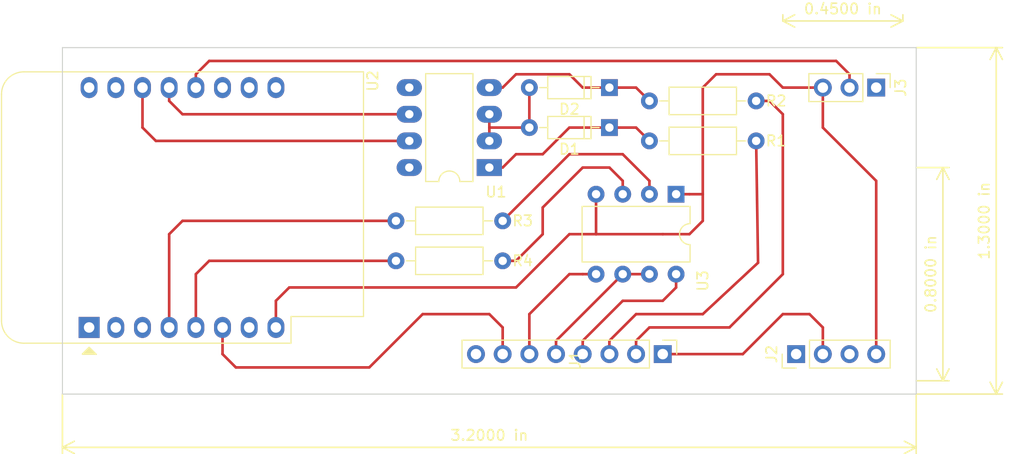
<source format=kicad_pcb>
(kicad_pcb (version 20171130) (host pcbnew "(5.1.0)-1")

  (general
    (thickness 1.6)
    (drawings 8)
    (tracks 101)
    (zones 0)
    (modules 12)
    (nets 20)
  )

  (page A4)
  (layers
    (0 F.Cu signal)
    (31 B.Cu signal)
    (32 B.Adhes user)
    (33 F.Adhes user)
    (34 B.Paste user)
    (35 F.Paste user)
    (36 B.SilkS user)
    (37 F.SilkS user)
    (38 B.Mask user)
    (39 F.Mask user)
    (40 Dwgs.User user)
    (41 Cmts.User user)
    (42 Eco1.User user)
    (43 Eco2.User user)
    (44 Edge.Cuts user)
    (45 Margin user)
    (46 B.CrtYd user)
    (47 F.CrtYd user)
    (48 B.Fab user)
    (49 F.Fab user)
  )

  (setup
    (last_trace_width 0.25)
    (trace_clearance 0.2)
    (zone_clearance 0.508)
    (zone_45_only no)
    (trace_min 0.2)
    (via_size 0.8)
    (via_drill 0.4)
    (via_min_size 0.4)
    (via_min_drill 0.3)
    (uvia_size 0.3)
    (uvia_drill 0.1)
    (uvias_allowed no)
    (uvia_min_size 0.2)
    (uvia_min_drill 0.1)
    (edge_width 0.1)
    (segment_width 0.2)
    (pcb_text_width 0.3)
    (pcb_text_size 1.5 1.5)
    (mod_edge_width 0.15)
    (mod_text_size 1 1)
    (mod_text_width 0.15)
    (pad_size 1.524 1.524)
    (pad_drill 0.762)
    (pad_to_mask_clearance 0)
    (aux_axis_origin 0 0)
    (visible_elements 7FFFFFFF)
    (pcbplotparams
      (layerselection 0x010fc_ffffffff)
      (usegerberextensions false)
      (usegerberattributes false)
      (usegerberadvancedattributes false)
      (creategerberjobfile false)
      (excludeedgelayer true)
      (linewidth 0.100000)
      (plotframeref false)
      (viasonmask false)
      (mode 1)
      (useauxorigin false)
      (hpglpennumber 1)
      (hpglpenspeed 20)
      (hpglpendiameter 15.000000)
      (psnegative false)
      (psa4output false)
      (plotreference true)
      (plotvalue true)
      (plotinvisibletext false)
      (padsonsilk false)
      (subtractmaskfromsilk false)
      (outputformat 1)
      (mirror false)
      (drillshape 1)
      (scaleselection 1)
      (outputdirectory ""))
  )

  (net 0 "")
  (net 1 "Net-(D1-Pad2)")
  (net 2 "Net-(D1-Pad1)")
  (net 3 "Net-(D2-Pad1)")
  (net 4 GND)
  (net 5 /HallSensorIn)
  (net 6 /TasterOut2)
  (net 7 /TasterOutCom)
  (net 8 /TasterOut1)
  (net 9 /MotorIn2)
  (net 10 /MotorIn1)
  (net 11 +24V)
  (net 12 VCC)
  (net 13 /DQ)
  (net 14 "Net-(R3-Pad2)")
  (net 15 /Taster1)
  (net 16 /Taster2)
  (net 17 "Net-(R4-Pad2)")
  (net 18 /Motor1)
  (net 19 /Motor2)

  (net_class Default "Dies ist die voreingestellte Netzklasse."
    (clearance 0.2)
    (trace_width 0.25)
    (via_dia 0.8)
    (via_drill 0.4)
    (uvia_dia 0.3)
    (uvia_drill 0.1)
    (add_net +24V)
    (add_net /DQ)
    (add_net /HallSensorIn)
    (add_net /Motor1)
    (add_net /Motor2)
    (add_net /MotorIn1)
    (add_net /MotorIn2)
    (add_net /Taster1)
    (add_net /Taster2)
    (add_net /TasterOut1)
    (add_net /TasterOut2)
    (add_net /TasterOutCom)
    (add_net GND)
    (add_net "Net-(D1-Pad1)")
    (add_net "Net-(D1-Pad2)")
    (add_net "Net-(D2-Pad1)")
    (add_net "Net-(R3-Pad2)")
    (add_net "Net-(R4-Pad2)")
    (add_net VCC)
  )

  (module Housings_DIP:DIP-8_W7.62mm (layer F.Cu) (tedit 59C78D6B) (tstamp 5CFED030)
    (at 149.86 39.37 270)
    (descr "8-lead though-hole mounted DIP package, row spacing 7.62 mm (300 mils)")
    (tags "THT DIP DIL PDIP 2.54mm 7.62mm 300mil")
    (path /5C9A528C)
    (fp_text reference U3 (at 8.255 -2.54 270) (layer F.SilkS)
      (effects (font (size 1 1) (thickness 0.15)))
    )
    (fp_text value TLP504A (at 2.54 3.81) (layer F.Fab)
      (effects (font (size 1 1) (thickness 0.15)))
    )
    (fp_text user %R (at 5.08 4.445) (layer F.Fab)
      (effects (font (size 1 1) (thickness 0.15)))
    )
    (fp_line (start 8.7 -1.55) (end -1.1 -1.55) (layer F.CrtYd) (width 0.05))
    (fp_line (start 8.7 9.15) (end 8.7 -1.55) (layer F.CrtYd) (width 0.05))
    (fp_line (start -1.1 9.15) (end 8.7 9.15) (layer F.CrtYd) (width 0.05))
    (fp_line (start -1.1 -1.55) (end -1.1 9.15) (layer F.CrtYd) (width 0.05))
    (fp_line (start 6.46 -1.33) (end 4.81 -1.33) (layer F.SilkS) (width 0.12))
    (fp_line (start 6.46 8.95) (end 6.46 -1.33) (layer F.SilkS) (width 0.12))
    (fp_line (start 1.16 8.95) (end 6.46 8.95) (layer F.SilkS) (width 0.12))
    (fp_line (start 1.16 -1.33) (end 1.16 8.95) (layer F.SilkS) (width 0.12))
    (fp_line (start 2.81 -1.33) (end 1.16 -1.33) (layer F.SilkS) (width 0.12))
    (fp_line (start 0.635 -0.27) (end 1.635 -1.27) (layer F.Fab) (width 0.1))
    (fp_line (start 0.635 8.89) (end 0.635 -0.27) (layer F.Fab) (width 0.1))
    (fp_line (start 6.985 8.89) (end 0.635 8.89) (layer F.Fab) (width 0.1))
    (fp_line (start 6.985 -1.27) (end 6.985 8.89) (layer F.Fab) (width 0.1))
    (fp_line (start 1.635 -1.27) (end 6.985 -1.27) (layer F.Fab) (width 0.1))
    (fp_arc (start 3.81 -1.33) (end 2.81 -1.33) (angle -180) (layer F.SilkS) (width 0.12))
    (pad 8 thru_hole oval (at 7.62 0 270) (size 1.6 1.6) (drill 0.8) (layers *.Cu *.Mask)
      (net 8 /TasterOut1))
    (pad 4 thru_hole oval (at 0 7.62 270) (size 1.6 1.6) (drill 0.8) (layers *.Cu *.Mask)
      (net 12 VCC))
    (pad 7 thru_hole oval (at 7.62 2.54 270) (size 1.6 1.6) (drill 0.8) (layers *.Cu *.Mask)
      (net 7 /TasterOutCom))
    (pad 3 thru_hole oval (at 0 5.08 270) (size 1.6 1.6) (drill 0.8) (layers *.Cu *.Mask)
      (net 17 "Net-(R4-Pad2)"))
    (pad 6 thru_hole oval (at 7.62 5.08 270) (size 1.6 1.6) (drill 0.8) (layers *.Cu *.Mask)
      (net 7 /TasterOutCom))
    (pad 2 thru_hole oval (at 0 2.54 270) (size 1.6 1.6) (drill 0.8) (layers *.Cu *.Mask)
      (net 14 "Net-(R3-Pad2)"))
    (pad 5 thru_hole oval (at 7.62 7.62 270) (size 1.6 1.6) (drill 0.8) (layers *.Cu *.Mask)
      (net 6 /TasterOut2))
    (pad 1 thru_hole rect (at 0 0 270) (size 1.6 1.6) (drill 0.8) (layers *.Cu *.Mask)
      (net 12 VCC))
    (model ${KISYS3DMOD}/Housings_DIP.3dshapes/DIP-8_W7.62mm.wrl
      (at (xyz 0 0 0))
      (scale (xyz 1 1 1))
      (rotate (xyz 0 0 0))
    )
  )

  (module Module:WEMOS_D1_mini_light (layer F.Cu) (tedit 5BBFB1CE) (tstamp 5CFE5DA8)
    (at 93.98 52.07 90)
    (descr "16-pin module, column spacing 22.86 mm (900 mils), https://wiki.wemos.cc/products:d1:d1_mini, https://c1.staticflickr.com/1/734/31400410271_f278b087db_z.jpg")
    (tags "ESP8266 WiFi microcontroller")
    (path /5C9AA4E6)
    (fp_text reference U2 (at 23.495 27 90) (layer F.SilkS)
      (effects (font (size 1 1) (thickness 0.15)))
    )
    (fp_text value WeMos_D1_mini (at 11.7 0 90) (layer F.Fab)
      (effects (font (size 1 1) (thickness 0.15)))
    )
    (fp_line (start 1.04 26.12) (end 24.36 26.12) (layer F.SilkS) (width 0.12))
    (fp_line (start -1.5 19.22) (end -1.5 -6.21) (layer F.SilkS) (width 0.12))
    (fp_line (start 24.36 26.12) (end 24.36 -6.21) (layer F.SilkS) (width 0.12))
    (fp_line (start 22.24 -8.34) (end 0.63 -8.34) (layer F.SilkS) (width 0.12))
    (fp_line (start 1.17 25.99) (end 24.23 25.99) (layer F.Fab) (width 0.1))
    (fp_line (start 24.23 25.99) (end 24.23 -6.21) (layer F.Fab) (width 0.1))
    (fp_line (start 22.23 -8.21) (end 0.63 -8.21) (layer F.Fab) (width 0.1))
    (fp_line (start -1.37 1) (end -1.37 19.09) (layer F.Fab) (width 0.1))
    (fp_text user %R (at 11.43 10 90) (layer F.Fab)
      (effects (font (size 1 1) (thickness 0.15)))
    )
    (fp_line (start -1.62 -8.46) (end 24.48 -8.46) (layer F.CrtYd) (width 0.05))
    (fp_line (start 24.48 -8.41) (end 24.48 26.24) (layer F.CrtYd) (width 0.05))
    (fp_line (start 24.48 26.24) (end -1.62 26.24) (layer F.CrtYd) (width 0.05))
    (fp_line (start -1.62 26.24) (end -1.62 -8.46) (layer F.CrtYd) (width 0.05))
    (fp_poly (pts (xy -2.54 -0.635) (xy -2.54 0.635) (xy -1.905 0)) (layer F.SilkS) (width 0.15))
    (fp_line (start -1.35 -1.4) (end 24.25 -1.4) (layer Dwgs.User) (width 0.1))
    (fp_line (start 24.25 -1.4) (end 24.25 -8.2) (layer Dwgs.User) (width 0.1))
    (fp_line (start 24.25 -8.2) (end -1.35 -8.2) (layer Dwgs.User) (width 0.1))
    (fp_line (start -1.35 -8.2) (end -1.35 -1.4) (layer Dwgs.User) (width 0.1))
    (fp_line (start -1.35 -1.4) (end 5.45 -8.2) (layer Dwgs.User) (width 0.1))
    (fp_line (start 0.65 -1.4) (end 7.45 -8.2) (layer Dwgs.User) (width 0.1))
    (fp_line (start 2.65 -1.4) (end 9.45 -8.2) (layer Dwgs.User) (width 0.1))
    (fp_line (start 4.65 -1.4) (end 11.45 -8.2) (layer Dwgs.User) (width 0.1))
    (fp_line (start 6.65 -1.4) (end 13.45 -8.2) (layer Dwgs.User) (width 0.1))
    (fp_line (start 8.65 -1.4) (end 15.45 -8.2) (layer Dwgs.User) (width 0.1))
    (fp_line (start 10.65 -1.4) (end 17.45 -8.2) (layer Dwgs.User) (width 0.1))
    (fp_line (start 12.65 -1.4) (end 19.45 -8.2) (layer Dwgs.User) (width 0.1))
    (fp_line (start 14.65 -1.4) (end 21.45 -8.2) (layer Dwgs.User) (width 0.1))
    (fp_line (start 16.65 -1.4) (end 23.45 -8.2) (layer Dwgs.User) (width 0.1))
    (fp_line (start 18.65 -1.4) (end 24.25 -7) (layer Dwgs.User) (width 0.1))
    (fp_line (start 20.65 -1.4) (end 24.25 -5) (layer Dwgs.User) (width 0.1))
    (fp_line (start 22.65 -1.4) (end 24.25 -3) (layer Dwgs.User) (width 0.1))
    (fp_line (start -1.35 -3.4) (end 3.45 -8.2) (layer Dwgs.User) (width 0.1))
    (fp_line (start -1.3 -5.45) (end 1.45 -8.2) (layer Dwgs.User) (width 0.1))
    (fp_line (start -1.35 -7.4) (end -0.55 -8.2) (layer Dwgs.User) (width 0.1))
    (fp_line (start -1.37 19.09) (end 1.17 19.09) (layer F.Fab) (width 0.1))
    (fp_line (start 1.17 19.09) (end 1.17 25.99) (layer F.Fab) (width 0.1))
    (fp_line (start -1.37 -6.21) (end -1.37 -1) (layer F.Fab) (width 0.1))
    (fp_line (start -1.37 1) (end -0.37 0) (layer F.Fab) (width 0.1))
    (fp_line (start -0.37 0) (end -1.37 -1) (layer F.Fab) (width 0.1))
    (fp_arc (start 0.63 -6.21) (end 0.63 -8.21) (angle -90) (layer F.Fab) (width 0.1))
    (fp_arc (start 22.23 -6.21) (end 24.23 -6.19) (angle -90) (layer F.Fab) (width 0.1))
    (fp_line (start -1.5 19.22) (end 1.04 19.22) (layer F.SilkS) (width 0.12))
    (fp_line (start 1.04 19.22) (end 1.04 26.12) (layer F.SilkS) (width 0.12))
    (fp_arc (start 0.63 -6.21) (end 0.63 -8.34) (angle -90) (layer F.SilkS) (width 0.12))
    (fp_arc (start 22.23 -6.21) (end 24.36 -6.21) (angle -90) (layer F.SilkS) (width 0.12))
    (fp_text user "KEEP OUT" (at 11.43 -6.35 90) (layer Cmts.User)
      (effects (font (size 1 1) (thickness 0.15)))
    )
    (fp_text user "No copper" (at 11.43 -3.81 90) (layer Cmts.User)
      (effects (font (size 1 1) (thickness 0.15)))
    )
    (pad 2 thru_hole oval (at 0 2.54 90) (size 2 1.6) (drill 1) (layers *.Cu *.Mask))
    (pad 1 thru_hole rect (at 0 0 90) (size 2 2) (drill 1) (layers *.Cu *.Mask))
    (pad 3 thru_hole oval (at 0 5.08 90) (size 2 1.6) (drill 1) (layers *.Cu *.Mask))
    (pad 4 thru_hole oval (at 0 7.62 90) (size 2 1.6) (drill 1) (layers *.Cu *.Mask)
      (net 15 /Taster1))
    (pad 5 thru_hole oval (at 0 10.16 90) (size 2 1.6) (drill 1) (layers *.Cu *.Mask)
      (net 16 /Taster2))
    (pad 6 thru_hole oval (at 0 12.7 90) (size 2 1.6) (drill 1) (layers *.Cu *.Mask)
      (net 5 /HallSensorIn))
    (pad 7 thru_hole oval (at 0 15.24 90) (size 2 1.6) (drill 1) (layers *.Cu *.Mask))
    (pad 8 thru_hole oval (at 0 17.78 90) (size 2 1.6) (drill 1) (layers *.Cu *.Mask)
      (net 12 VCC))
    (pad 9 thru_hole oval (at 22.86 17.78 90) (size 2 1.6) (drill 1) (layers *.Cu *.Mask))
    (pad 10 thru_hole oval (at 22.86 15.24 90) (size 2 1.6) (drill 1) (layers *.Cu *.Mask)
      (net 4 GND))
    (pad 11 thru_hole oval (at 22.86 12.7 90) (size 2 1.6) (drill 1) (layers *.Cu *.Mask))
    (pad 12 thru_hole oval (at 22.86 10.16 90) (size 2 1.6) (drill 1) (layers *.Cu *.Mask)
      (net 13 /DQ))
    (pad 13 thru_hole oval (at 22.86 7.62 90) (size 2 1.6) (drill 1) (layers *.Cu *.Mask)
      (net 19 /Motor2))
    (pad 14 thru_hole oval (at 22.86 5.08 90) (size 2 1.6) (drill 1) (layers *.Cu *.Mask)
      (net 18 /Motor1))
    (pad 15 thru_hole oval (at 22.86 2.54 90) (size 2 1.6) (drill 1) (layers *.Cu *.Mask))
    (pad 16 thru_hole oval (at 22.86 0 90) (size 2 1.6) (drill 1) (layers *.Cu *.Mask))
    (model ${KISYS3DMOD}/Module.3dshapes/WEMOS_D1_mini_light.wrl
      (at (xyz 0 0 0))
      (scale (xyz 1 1 1))
      (rotate (xyz 0 0 0))
    )
    (model ${KISYS3DMOD}/Connector_PinHeader_2.54mm.3dshapes/PinHeader_1x08_P2.54mm_Vertical.wrl
      (offset (xyz 0 0 9.5))
      (scale (xyz 1 1 1))
      (rotate (xyz 0 -180 0))
    )
    (model ${KISYS3DMOD}/Connector_PinHeader_2.54mm.3dshapes/PinHeader_1x08_P2.54mm_Vertical.wrl
      (offset (xyz 22.86 0 9.5))
      (scale (xyz 1 1 1))
      (rotate (xyz 0 -180 0))
    )
    (model ${KISYS3DMOD}/Connector_PinSocket_2.54mm.3dshapes/PinSocket_1x08_P2.54mm_Vertical.wrl
      (at (xyz 0 0 0))
      (scale (xyz 1 1 1))
      (rotate (xyz 0 0 0))
    )
    (model ${KISYS3DMOD}/Connector_PinSocket_2.54mm.3dshapes/PinSocket_1x08_P2.54mm_Vertical.wrl
      (offset (xyz 22.86 0 0))
      (scale (xyz 1 1 1))
      (rotate (xyz 0 0 0))
    )
  )

  (module Housings_DIP:DIP-8_W7.62mm_LongPads (layer F.Cu) (tedit 59C78D6B) (tstamp 5CFE5D65)
    (at 132.08 36.83 180)
    (descr "8-lead though-hole mounted DIP package, row spacing 7.62 mm (300 mils), LongPads")
    (tags "THT DIP DIL PDIP 2.54mm 7.62mm 300mil LongPads")
    (path /5C9A21C0)
    (fp_text reference U1 (at -0.635 -2.33 180) (layer F.SilkS)
      (effects (font (size 1 1) (thickness 0.15)))
    )
    (fp_text value TLP504A (at 4.445 3.81 270) (layer F.Fab)
      (effects (font (size 1 1) (thickness 0.15)))
    )
    (fp_text user %R (at 2.54 3.81 270) (layer F.Fab)
      (effects (font (size 1 1) (thickness 0.15)))
    )
    (fp_line (start 9.1 -1.55) (end -1.45 -1.55) (layer F.CrtYd) (width 0.05))
    (fp_line (start 9.1 9.15) (end 9.1 -1.55) (layer F.CrtYd) (width 0.05))
    (fp_line (start -1.45 9.15) (end 9.1 9.15) (layer F.CrtYd) (width 0.05))
    (fp_line (start -1.45 -1.55) (end -1.45 9.15) (layer F.CrtYd) (width 0.05))
    (fp_line (start 6.06 -1.33) (end 4.81 -1.33) (layer F.SilkS) (width 0.12))
    (fp_line (start 6.06 8.95) (end 6.06 -1.33) (layer F.SilkS) (width 0.12))
    (fp_line (start 1.56 8.95) (end 6.06 8.95) (layer F.SilkS) (width 0.12))
    (fp_line (start 1.56 -1.33) (end 1.56 8.95) (layer F.SilkS) (width 0.12))
    (fp_line (start 2.81 -1.33) (end 1.56 -1.33) (layer F.SilkS) (width 0.12))
    (fp_line (start 0.635 -0.27) (end 1.635 -1.27) (layer F.Fab) (width 0.1))
    (fp_line (start 0.635 8.89) (end 0.635 -0.27) (layer F.Fab) (width 0.1))
    (fp_line (start 6.985 8.89) (end 0.635 8.89) (layer F.Fab) (width 0.1))
    (fp_line (start 6.985 -1.27) (end 6.985 8.89) (layer F.Fab) (width 0.1))
    (fp_line (start 1.635 -1.27) (end 6.985 -1.27) (layer F.Fab) (width 0.1))
    (fp_arc (start 3.81 -1.33) (end 2.81 -1.33) (angle -180) (layer F.SilkS) (width 0.12))
    (pad 8 thru_hole oval (at 7.62 0 180) (size 2.4 1.6) (drill 0.8) (layers *.Cu *.Mask)
      (net 4 GND))
    (pad 4 thru_hole oval (at 0 7.62 180) (size 2.4 1.6) (drill 0.8) (layers *.Cu *.Mask)
      (net 3 "Net-(D2-Pad1)"))
    (pad 7 thru_hole oval (at 7.62 2.54 180) (size 2.4 1.6) (drill 0.8) (layers *.Cu *.Mask)
      (net 18 /Motor1))
    (pad 3 thru_hole oval (at 0 5.08 180) (size 2.4 1.6) (drill 0.8) (layers *.Cu *.Mask)
      (net 1 "Net-(D1-Pad2)"))
    (pad 6 thru_hole oval (at 7.62 5.08 180) (size 2.4 1.6) (drill 0.8) (layers *.Cu *.Mask)
      (net 19 /Motor2))
    (pad 2 thru_hole oval (at 0 2.54 180) (size 2.4 1.6) (drill 0.8) (layers *.Cu *.Mask)
      (net 1 "Net-(D1-Pad2)"))
    (pad 5 thru_hole oval (at 7.62 7.62 180) (size 2.4 1.6) (drill 0.8) (layers *.Cu *.Mask)
      (net 4 GND))
    (pad 1 thru_hole rect (at 0 0 180) (size 2.4 1.6) (drill 0.8) (layers *.Cu *.Mask)
      (net 2 "Net-(D1-Pad1)"))
    (model ${KISYS3DMOD}/Housings_DIP.3dshapes/DIP-8_W7.62mm.wrl
      (at (xyz 0 0 0))
      (scale (xyz 1 1 1))
      (rotate (xyz 0 0 0))
    )
  )

  (module Diodes_ThroughHole:D_DO-35_SOD27_P7.62mm_Horizontal (layer F.Cu) (tedit 5921392F) (tstamp 5CFE5C8B)
    (at 143.51 33.02 180)
    (descr "D, DO-35_SOD27 series, Axial, Horizontal, pin pitch=7.62mm, , length*diameter=4*2mm^2, , http://www.diodes.com/_files/packages/DO-35.pdf")
    (tags "D DO-35_SOD27 series Axial Horizontal pin pitch 7.62mm  length 4mm diameter 2mm")
    (path /5C99D8AD)
    (fp_text reference D1 (at 3.81 -2.06 180) (layer F.SilkS)
      (effects (font (size 1 1) (thickness 0.15)))
    )
    (fp_text value BAT41 (at 3.81 0 180) (layer F.Fab)
      (effects (font (size 1 1) (thickness 0.15)))
    )
    (fp_line (start 8.7 -1.35) (end -1.05 -1.35) (layer F.CrtYd) (width 0.05))
    (fp_line (start 8.7 1.35) (end 8.7 -1.35) (layer F.CrtYd) (width 0.05))
    (fp_line (start -1.05 1.35) (end 8.7 1.35) (layer F.CrtYd) (width 0.05))
    (fp_line (start -1.05 -1.35) (end -1.05 1.35) (layer F.CrtYd) (width 0.05))
    (fp_line (start 2.41 -1.06) (end 2.41 1.06) (layer F.SilkS) (width 0.12))
    (fp_line (start 6.64 0) (end 5.87 0) (layer F.SilkS) (width 0.12))
    (fp_line (start 0.98 0) (end 1.75 0) (layer F.SilkS) (width 0.12))
    (fp_line (start 5.87 -1.06) (end 1.75 -1.06) (layer F.SilkS) (width 0.12))
    (fp_line (start 5.87 1.06) (end 5.87 -1.06) (layer F.SilkS) (width 0.12))
    (fp_line (start 1.75 1.06) (end 5.87 1.06) (layer F.SilkS) (width 0.12))
    (fp_line (start 1.75 -1.06) (end 1.75 1.06) (layer F.SilkS) (width 0.12))
    (fp_line (start 2.41 -1) (end 2.41 1) (layer F.Fab) (width 0.1))
    (fp_line (start 7.62 0) (end 5.81 0) (layer F.Fab) (width 0.1))
    (fp_line (start 0 0) (end 1.81 0) (layer F.Fab) (width 0.1))
    (fp_line (start 5.81 -1) (end 1.81 -1) (layer F.Fab) (width 0.1))
    (fp_line (start 5.81 1) (end 5.81 -1) (layer F.Fab) (width 0.1))
    (fp_line (start 1.81 1) (end 5.81 1) (layer F.Fab) (width 0.1))
    (fp_line (start 1.81 -1) (end 1.81 1) (layer F.Fab) (width 0.1))
    (fp_text user %R (at -1.905 0 180) (layer F.Fab)
      (effects (font (size 1 1) (thickness 0.15)))
    )
    (pad 2 thru_hole oval (at 7.62 0 180) (size 1.6 1.6) (drill 0.8) (layers *.Cu *.Mask)
      (net 1 "Net-(D1-Pad2)"))
    (pad 1 thru_hole rect (at 0 0 180) (size 1.6 1.6) (drill 0.8) (layers *.Cu *.Mask)
      (net 2 "Net-(D1-Pad1)"))
    (model ${KISYS3DMOD}/Diodes_THT.3dshapes/D_DO-35_SOD27_P7.62mm_Horizontal.wrl
      (at (xyz 0 0 0))
      (scale (xyz 0.393701 0.393701 0.393701))
      (rotate (xyz 0 0 0))
    )
  )

  (module Diodes_ThroughHole:D_DO-35_SOD27_P7.62mm_Horizontal (layer F.Cu) (tedit 5921392F) (tstamp 5CFE5CA4)
    (at 143.51 29.21 180)
    (descr "D, DO-35_SOD27 series, Axial, Horizontal, pin pitch=7.62mm, , length*diameter=4*2mm^2, , http://www.diodes.com/_files/packages/DO-35.pdf")
    (tags "D DO-35_SOD27 series Axial Horizontal pin pitch 7.62mm  length 4mm diameter 2mm")
    (path /5C99EBB6)
    (fp_text reference D2 (at 3.81 -2.06 180) (layer F.SilkS)
      (effects (font (size 1 1) (thickness 0.15)))
    )
    (fp_text value BAT41 (at 3.81 0 180) (layer F.Fab)
      (effects (font (size 1 1) (thickness 0.15)))
    )
    (fp_text user %R (at -1.905 0 180) (layer F.Fab)
      (effects (font (size 1 1) (thickness 0.15)))
    )
    (fp_line (start 1.81 -1) (end 1.81 1) (layer F.Fab) (width 0.1))
    (fp_line (start 1.81 1) (end 5.81 1) (layer F.Fab) (width 0.1))
    (fp_line (start 5.81 1) (end 5.81 -1) (layer F.Fab) (width 0.1))
    (fp_line (start 5.81 -1) (end 1.81 -1) (layer F.Fab) (width 0.1))
    (fp_line (start 0 0) (end 1.81 0) (layer F.Fab) (width 0.1))
    (fp_line (start 7.62 0) (end 5.81 0) (layer F.Fab) (width 0.1))
    (fp_line (start 2.41 -1) (end 2.41 1) (layer F.Fab) (width 0.1))
    (fp_line (start 1.75 -1.06) (end 1.75 1.06) (layer F.SilkS) (width 0.12))
    (fp_line (start 1.75 1.06) (end 5.87 1.06) (layer F.SilkS) (width 0.12))
    (fp_line (start 5.87 1.06) (end 5.87 -1.06) (layer F.SilkS) (width 0.12))
    (fp_line (start 5.87 -1.06) (end 1.75 -1.06) (layer F.SilkS) (width 0.12))
    (fp_line (start 0.98 0) (end 1.75 0) (layer F.SilkS) (width 0.12))
    (fp_line (start 6.64 0) (end 5.87 0) (layer F.SilkS) (width 0.12))
    (fp_line (start 2.41 -1.06) (end 2.41 1.06) (layer F.SilkS) (width 0.12))
    (fp_line (start -1.05 -1.35) (end -1.05 1.35) (layer F.CrtYd) (width 0.05))
    (fp_line (start -1.05 1.35) (end 8.7 1.35) (layer F.CrtYd) (width 0.05))
    (fp_line (start 8.7 1.35) (end 8.7 -1.35) (layer F.CrtYd) (width 0.05))
    (fp_line (start 8.7 -1.35) (end -1.05 -1.35) (layer F.CrtYd) (width 0.05))
    (pad 1 thru_hole rect (at 0 0 180) (size 1.6 1.6) (drill 0.8) (layers *.Cu *.Mask)
      (net 3 "Net-(D2-Pad1)"))
    (pad 2 thru_hole oval (at 7.62 0 180) (size 1.6 1.6) (drill 0.8) (layers *.Cu *.Mask)
      (net 1 "Net-(D1-Pad2)"))
    (model ${KISYS3DMOD}/Diodes_THT.3dshapes/D_DO-35_SOD27_P7.62mm_Horizontal.wrl
      (at (xyz 0 0 0))
      (scale (xyz 0.393701 0.393701 0.393701))
      (rotate (xyz 0 0 0))
    )
  )

  (module Pin_Headers:Pin_Header_Straight_1x08_Pitch2.54mm (layer F.Cu) (tedit 59650532) (tstamp 5CFE5CC0)
    (at 148.59 54.61 270)
    (descr "Through hole straight pin header, 1x08, 2.54mm pitch, single row")
    (tags "Through hole pin header THT 1x08 2.54mm single row")
    (path /5CF996DA)
    (fp_text reference J1 (at 0.534999 8.334999 270) (layer F.SilkS)
      (effects (font (size 1 1) (thickness 0.15)))
    )
    (fp_text value "from GW60" (at 2.54 8.89) (layer F.Fab)
      (effects (font (size 1 1) (thickness 0.15)))
    )
    (fp_text user %R (at 0 8.89) (layer F.Fab)
      (effects (font (size 1 1) (thickness 0.15)))
    )
    (fp_line (start 1.8 -1.8) (end -1.8 -1.8) (layer F.CrtYd) (width 0.05))
    (fp_line (start 1.8 19.55) (end 1.8 -1.8) (layer F.CrtYd) (width 0.05))
    (fp_line (start -1.8 19.55) (end 1.8 19.55) (layer F.CrtYd) (width 0.05))
    (fp_line (start -1.8 -1.8) (end -1.8 19.55) (layer F.CrtYd) (width 0.05))
    (fp_line (start -1.33 -1.33) (end 0 -1.33) (layer F.SilkS) (width 0.12))
    (fp_line (start -1.33 0) (end -1.33 -1.33) (layer F.SilkS) (width 0.12))
    (fp_line (start -1.33 1.27) (end 1.33 1.27) (layer F.SilkS) (width 0.12))
    (fp_line (start 1.33 1.27) (end 1.33 19.11) (layer F.SilkS) (width 0.12))
    (fp_line (start -1.33 1.27) (end -1.33 19.11) (layer F.SilkS) (width 0.12))
    (fp_line (start -1.33 19.11) (end 1.33 19.11) (layer F.SilkS) (width 0.12))
    (fp_line (start -1.27 -0.635) (end -0.635 -1.27) (layer F.Fab) (width 0.1))
    (fp_line (start -1.27 19.05) (end -1.27 -0.635) (layer F.Fab) (width 0.1))
    (fp_line (start 1.27 19.05) (end -1.27 19.05) (layer F.Fab) (width 0.1))
    (fp_line (start 1.27 -1.27) (end 1.27 19.05) (layer F.Fab) (width 0.1))
    (fp_line (start -0.635 -1.27) (end 1.27 -1.27) (layer F.Fab) (width 0.1))
    (pad 8 thru_hole oval (at 0 17.78 270) (size 1.7 1.7) (drill 1) (layers *.Cu *.Mask)
      (net 4 GND))
    (pad 7 thru_hole oval (at 0 15.24 270) (size 1.7 1.7) (drill 1) (layers *.Cu *.Mask)
      (net 5 /HallSensorIn))
    (pad 6 thru_hole oval (at 0 12.7 270) (size 1.7 1.7) (drill 1) (layers *.Cu *.Mask)
      (net 6 /TasterOut2))
    (pad 5 thru_hole oval (at 0 10.16 270) (size 1.7 1.7) (drill 1) (layers *.Cu *.Mask)
      (net 7 /TasterOutCom))
    (pad 4 thru_hole oval (at 0 7.62 270) (size 1.7 1.7) (drill 1) (layers *.Cu *.Mask)
      (net 8 /TasterOut1))
    (pad 3 thru_hole oval (at 0 5.08 270) (size 1.7 1.7) (drill 1) (layers *.Cu *.Mask)
      (net 10 /MotorIn1))
    (pad 2 thru_hole oval (at 0 2.54 270) (size 1.7 1.7) (drill 1) (layers *.Cu *.Mask)
      (net 9 /MotorIn2))
    (pad 1 thru_hole rect (at 0 0 270) (size 1.7 1.7) (drill 1) (layers *.Cu *.Mask)
      (net 11 +24V))
    (model ${KISYS3DMOD}/Pin_Headers.3dshapes/Pin_Header_Straight_1x08_Pitch2.54mm.wrl
      (at (xyz 0 0 0))
      (scale (xyz 1 1 1))
      (rotate (xyz 0 0 0))
    )
  )

  (module Pin_Headers:Pin_Header_Straight_1x04_Pitch2.54mm (layer F.Cu) (tedit 59650532) (tstamp 5CFE5CD8)
    (at 161.29 54.61 90)
    (descr "Through hole straight pin header, 1x04, 2.54mm pitch, single row")
    (tags "Through hole pin header THT 1x04 2.54mm single row")
    (path /5CF9A639)
    (fp_text reference J2 (at 0 -2.33 90) (layer F.SilkS)
      (effects (font (size 1 1) (thickness 0.15)))
    )
    (fp_text value "Step-Down 24V to 3.3V" (at -2.54 1.27 180) (layer F.Fab)
      (effects (font (size 1 1) (thickness 0.15)))
    )
    (fp_text user %R (at 0 3.81 180) (layer F.Fab)
      (effects (font (size 1 1) (thickness 0.15)))
    )
    (fp_line (start 1.8 -1.8) (end -1.8 -1.8) (layer F.CrtYd) (width 0.05))
    (fp_line (start 1.8 9.4) (end 1.8 -1.8) (layer F.CrtYd) (width 0.05))
    (fp_line (start -1.8 9.4) (end 1.8 9.4) (layer F.CrtYd) (width 0.05))
    (fp_line (start -1.8 -1.8) (end -1.8 9.4) (layer F.CrtYd) (width 0.05))
    (fp_line (start -1.33 -1.33) (end 0 -1.33) (layer F.SilkS) (width 0.12))
    (fp_line (start -1.33 0) (end -1.33 -1.33) (layer F.SilkS) (width 0.12))
    (fp_line (start -1.33 1.27) (end 1.33 1.27) (layer F.SilkS) (width 0.12))
    (fp_line (start 1.33 1.27) (end 1.33 8.95) (layer F.SilkS) (width 0.12))
    (fp_line (start -1.33 1.27) (end -1.33 8.95) (layer F.SilkS) (width 0.12))
    (fp_line (start -1.33 8.95) (end 1.33 8.95) (layer F.SilkS) (width 0.12))
    (fp_line (start -1.27 -0.635) (end -0.635 -1.27) (layer F.Fab) (width 0.1))
    (fp_line (start -1.27 8.89) (end -1.27 -0.635) (layer F.Fab) (width 0.1))
    (fp_line (start 1.27 8.89) (end -1.27 8.89) (layer F.Fab) (width 0.1))
    (fp_line (start 1.27 -1.27) (end 1.27 8.89) (layer F.Fab) (width 0.1))
    (fp_line (start -0.635 -1.27) (end 1.27 -1.27) (layer F.Fab) (width 0.1))
    (pad 4 thru_hole oval (at 0 7.62 90) (size 1.7 1.7) (drill 1) (layers *.Cu *.Mask)
      (net 12 VCC))
    (pad 3 thru_hole oval (at 0 5.08 90) (size 1.7 1.7) (drill 1) (layers *.Cu *.Mask)
      (net 4 GND))
    (pad 2 thru_hole oval (at 0 2.54 90) (size 1.7 1.7) (drill 1) (layers *.Cu *.Mask)
      (net 11 +24V))
    (pad 1 thru_hole rect (at 0 0 90) (size 1.7 1.7) (drill 1) (layers *.Cu *.Mask))
    (model ${KISYS3DMOD}/Pin_Headers.3dshapes/Pin_Header_Straight_1x04_Pitch2.54mm.wrl
      (at (xyz 0 0 0))
      (scale (xyz 1 1 1))
      (rotate (xyz 0 0 0))
    )
  )

  (module Resistors_ThroughHole:R_Axial_DIN0207_L6.3mm_D2.5mm_P10.16mm_Horizontal (layer F.Cu) (tedit 5874F706) (tstamp 5CFE5D07)
    (at 147.32 34.29)
    (descr "Resistor, Axial_DIN0207 series, Axial, Horizontal, pin pitch=10.16mm, 0.25W = 1/4W, length*diameter=6.3*2.5mm^2, http://cdn-reichelt.de/documents/datenblatt/B400/1_4W%23YAG.pdf")
    (tags "Resistor Axial_DIN0207 series Axial Horizontal pin pitch 10.16mm 0.25W = 1/4W length 6.3mm diameter 2.5mm")
    (path /5C9A58FC)
    (fp_text reference R1 (at 12.065 0) (layer F.SilkS)
      (effects (font (size 1 1) (thickness 0.15)))
    )
    (fp_text value 2k2 (at 5.08 0) (layer F.Fab)
      (effects (font (size 1 1) (thickness 0.15)))
    )
    (fp_line (start 11.25 -1.6) (end -1.05 -1.6) (layer F.CrtYd) (width 0.05))
    (fp_line (start 11.25 1.6) (end 11.25 -1.6) (layer F.CrtYd) (width 0.05))
    (fp_line (start -1.05 1.6) (end 11.25 1.6) (layer F.CrtYd) (width 0.05))
    (fp_line (start -1.05 -1.6) (end -1.05 1.6) (layer F.CrtYd) (width 0.05))
    (fp_line (start 9.18 0) (end 8.29 0) (layer F.SilkS) (width 0.12))
    (fp_line (start 0.98 0) (end 1.87 0) (layer F.SilkS) (width 0.12))
    (fp_line (start 8.29 -1.31) (end 1.87 -1.31) (layer F.SilkS) (width 0.12))
    (fp_line (start 8.29 1.31) (end 8.29 -1.31) (layer F.SilkS) (width 0.12))
    (fp_line (start 1.87 1.31) (end 8.29 1.31) (layer F.SilkS) (width 0.12))
    (fp_line (start 1.87 -1.31) (end 1.87 1.31) (layer F.SilkS) (width 0.12))
    (fp_line (start 10.16 0) (end 8.23 0) (layer F.Fab) (width 0.1))
    (fp_line (start 0 0) (end 1.93 0) (layer F.Fab) (width 0.1))
    (fp_line (start 8.23 -1.25) (end 1.93 -1.25) (layer F.Fab) (width 0.1))
    (fp_line (start 8.23 1.25) (end 8.23 -1.25) (layer F.Fab) (width 0.1))
    (fp_line (start 1.93 1.25) (end 8.23 1.25) (layer F.Fab) (width 0.1))
    (fp_line (start 1.93 -1.25) (end 1.93 1.25) (layer F.Fab) (width 0.1))
    (pad 2 thru_hole oval (at 10.16 0) (size 1.6 1.6) (drill 0.8) (layers *.Cu *.Mask)
      (net 10 /MotorIn1))
    (pad 1 thru_hole circle (at 0 0) (size 1.6 1.6) (drill 0.8) (layers *.Cu *.Mask)
      (net 2 "Net-(D1-Pad1)"))
    (model ${KISYS3DMOD}/Resistors_THT.3dshapes/R_Axial_DIN0207_L6.3mm_D2.5mm_P10.16mm_Horizontal.wrl
      (at (xyz 0 0 0))
      (scale (xyz 0.393701 0.393701 0.393701))
      (rotate (xyz 0 0 0))
    )
  )

  (module Resistors_ThroughHole:R_Axial_DIN0207_L6.3mm_D2.5mm_P10.16mm_Horizontal (layer F.Cu) (tedit 5874F706) (tstamp 5CFE5D1D)
    (at 147.32 30.48)
    (descr "Resistor, Axial_DIN0207 series, Axial, Horizontal, pin pitch=10.16mm, 0.25W = 1/4W, length*diameter=6.3*2.5mm^2, http://cdn-reichelt.de/documents/datenblatt/B400/1_4W%23YAG.pdf")
    (tags "Resistor Axial_DIN0207 series Axial Horizontal pin pitch 10.16mm 0.25W = 1/4W length 6.3mm diameter 2.5mm")
    (path /5C9A5E30)
    (fp_text reference R2 (at 12.065 0) (layer F.SilkS)
      (effects (font (size 1 1) (thickness 0.15)))
    )
    (fp_text value 2k2 (at 5.08 0) (layer F.Fab)
      (effects (font (size 1 1) (thickness 0.15)))
    )
    (fp_line (start 1.93 -1.25) (end 1.93 1.25) (layer F.Fab) (width 0.1))
    (fp_line (start 1.93 1.25) (end 8.23 1.25) (layer F.Fab) (width 0.1))
    (fp_line (start 8.23 1.25) (end 8.23 -1.25) (layer F.Fab) (width 0.1))
    (fp_line (start 8.23 -1.25) (end 1.93 -1.25) (layer F.Fab) (width 0.1))
    (fp_line (start 0 0) (end 1.93 0) (layer F.Fab) (width 0.1))
    (fp_line (start 10.16 0) (end 8.23 0) (layer F.Fab) (width 0.1))
    (fp_line (start 1.87 -1.31) (end 1.87 1.31) (layer F.SilkS) (width 0.12))
    (fp_line (start 1.87 1.31) (end 8.29 1.31) (layer F.SilkS) (width 0.12))
    (fp_line (start 8.29 1.31) (end 8.29 -1.31) (layer F.SilkS) (width 0.12))
    (fp_line (start 8.29 -1.31) (end 1.87 -1.31) (layer F.SilkS) (width 0.12))
    (fp_line (start 0.98 0) (end 1.87 0) (layer F.SilkS) (width 0.12))
    (fp_line (start 9.18 0) (end 8.29 0) (layer F.SilkS) (width 0.12))
    (fp_line (start -1.05 -1.6) (end -1.05 1.6) (layer F.CrtYd) (width 0.05))
    (fp_line (start -1.05 1.6) (end 11.25 1.6) (layer F.CrtYd) (width 0.05))
    (fp_line (start 11.25 1.6) (end 11.25 -1.6) (layer F.CrtYd) (width 0.05))
    (fp_line (start 11.25 -1.6) (end -1.05 -1.6) (layer F.CrtYd) (width 0.05))
    (pad 1 thru_hole circle (at 0 0) (size 1.6 1.6) (drill 0.8) (layers *.Cu *.Mask)
      (net 3 "Net-(D2-Pad1)"))
    (pad 2 thru_hole oval (at 10.16 0) (size 1.6 1.6) (drill 0.8) (layers *.Cu *.Mask)
      (net 9 /MotorIn2))
    (model ${KISYS3DMOD}/Resistors_THT.3dshapes/R_Axial_DIN0207_L6.3mm_D2.5mm_P10.16mm_Horizontal.wrl
      (at (xyz 0 0 0))
      (scale (xyz 0.393701 0.393701 0.393701))
      (rotate (xyz 0 0 0))
    )
  )

  (module Resistors_ThroughHole:R_Axial_DIN0207_L6.3mm_D2.5mm_P10.16mm_Horizontal (layer F.Cu) (tedit 5874F706) (tstamp 5CFE5D33)
    (at 123.19 41.91)
    (descr "Resistor, Axial_DIN0207 series, Axial, Horizontal, pin pitch=10.16mm, 0.25W = 1/4W, length*diameter=6.3*2.5mm^2, http://cdn-reichelt.de/documents/datenblatt/B400/1_4W%23YAG.pdf")
    (tags "Resistor Axial_DIN0207 series Axial Horizontal pin pitch 10.16mm 0.25W = 1/4W length 6.3mm diameter 2.5mm")
    (path /5C9AEDEB)
    (fp_text reference R3 (at 12.065 0) (layer F.SilkS)
      (effects (font (size 1 1) (thickness 0.15)))
    )
    (fp_text value 560 (at 5.08 0) (layer F.Fab)
      (effects (font (size 1 1) (thickness 0.15)))
    )
    (fp_line (start 11.25 -1.6) (end -1.05 -1.6) (layer F.CrtYd) (width 0.05))
    (fp_line (start 11.25 1.6) (end 11.25 -1.6) (layer F.CrtYd) (width 0.05))
    (fp_line (start -1.05 1.6) (end 11.25 1.6) (layer F.CrtYd) (width 0.05))
    (fp_line (start -1.05 -1.6) (end -1.05 1.6) (layer F.CrtYd) (width 0.05))
    (fp_line (start 9.18 0) (end 8.29 0) (layer F.SilkS) (width 0.12))
    (fp_line (start 0.98 0) (end 1.87 0) (layer F.SilkS) (width 0.12))
    (fp_line (start 8.29 -1.31) (end 1.87 -1.31) (layer F.SilkS) (width 0.12))
    (fp_line (start 8.29 1.31) (end 8.29 -1.31) (layer F.SilkS) (width 0.12))
    (fp_line (start 1.87 1.31) (end 8.29 1.31) (layer F.SilkS) (width 0.12))
    (fp_line (start 1.87 -1.31) (end 1.87 1.31) (layer F.SilkS) (width 0.12))
    (fp_line (start 10.16 0) (end 8.23 0) (layer F.Fab) (width 0.1))
    (fp_line (start 0 0) (end 1.93 0) (layer F.Fab) (width 0.1))
    (fp_line (start 8.23 -1.25) (end 1.93 -1.25) (layer F.Fab) (width 0.1))
    (fp_line (start 8.23 1.25) (end 8.23 -1.25) (layer F.Fab) (width 0.1))
    (fp_line (start 1.93 1.25) (end 8.23 1.25) (layer F.Fab) (width 0.1))
    (fp_line (start 1.93 -1.25) (end 1.93 1.25) (layer F.Fab) (width 0.1))
    (pad 2 thru_hole oval (at 10.16 0) (size 1.6 1.6) (drill 0.8) (layers *.Cu *.Mask)
      (net 14 "Net-(R3-Pad2)"))
    (pad 1 thru_hole circle (at 0 0) (size 1.6 1.6) (drill 0.8) (layers *.Cu *.Mask)
      (net 15 /Taster1))
    (model ${KISYS3DMOD}/Resistors_THT.3dshapes/R_Axial_DIN0207_L6.3mm_D2.5mm_P10.16mm_Horizontal.wrl
      (at (xyz 0 0 0))
      (scale (xyz 0.393701 0.393701 0.393701))
      (rotate (xyz 0 0 0))
    )
  )

  (module Resistors_ThroughHole:R_Axial_DIN0207_L6.3mm_D2.5mm_P10.16mm_Horizontal (layer F.Cu) (tedit 5874F706) (tstamp 5CFE5D49)
    (at 123.19 45.72)
    (descr "Resistor, Axial_DIN0207 series, Axial, Horizontal, pin pitch=10.16mm, 0.25W = 1/4W, length*diameter=6.3*2.5mm^2, http://cdn-reichelt.de/documents/datenblatt/B400/1_4W%23YAG.pdf")
    (tags "Resistor Axial_DIN0207 series Axial Horizontal pin pitch 10.16mm 0.25W = 1/4W length 6.3mm diameter 2.5mm")
    (path /5C9AF440)
    (fp_text reference R4 (at 12.065 0) (layer F.SilkS)
      (effects (font (size 1 1) (thickness 0.15)))
    )
    (fp_text value 560 (at 5.08 0) (layer F.Fab)
      (effects (font (size 1 1) (thickness 0.15)))
    )
    (fp_line (start 1.93 -1.25) (end 1.93 1.25) (layer F.Fab) (width 0.1))
    (fp_line (start 1.93 1.25) (end 8.23 1.25) (layer F.Fab) (width 0.1))
    (fp_line (start 8.23 1.25) (end 8.23 -1.25) (layer F.Fab) (width 0.1))
    (fp_line (start 8.23 -1.25) (end 1.93 -1.25) (layer F.Fab) (width 0.1))
    (fp_line (start 0 0) (end 1.93 0) (layer F.Fab) (width 0.1))
    (fp_line (start 10.16 0) (end 8.23 0) (layer F.Fab) (width 0.1))
    (fp_line (start 1.87 -1.31) (end 1.87 1.31) (layer F.SilkS) (width 0.12))
    (fp_line (start 1.87 1.31) (end 8.29 1.31) (layer F.SilkS) (width 0.12))
    (fp_line (start 8.29 1.31) (end 8.29 -1.31) (layer F.SilkS) (width 0.12))
    (fp_line (start 8.29 -1.31) (end 1.87 -1.31) (layer F.SilkS) (width 0.12))
    (fp_line (start 0.98 0) (end 1.87 0) (layer F.SilkS) (width 0.12))
    (fp_line (start 9.18 0) (end 8.29 0) (layer F.SilkS) (width 0.12))
    (fp_line (start -1.05 -1.6) (end -1.05 1.6) (layer F.CrtYd) (width 0.05))
    (fp_line (start -1.05 1.6) (end 11.25 1.6) (layer F.CrtYd) (width 0.05))
    (fp_line (start 11.25 1.6) (end 11.25 -1.6) (layer F.CrtYd) (width 0.05))
    (fp_line (start 11.25 -1.6) (end -1.05 -1.6) (layer F.CrtYd) (width 0.05))
    (pad 1 thru_hole circle (at 0 0) (size 1.6 1.6) (drill 0.8) (layers *.Cu *.Mask)
      (net 16 /Taster2))
    (pad 2 thru_hole oval (at 10.16 0) (size 1.6 1.6) (drill 0.8) (layers *.Cu *.Mask)
      (net 17 "Net-(R4-Pad2)"))
    (model ${KISYS3DMOD}/Resistors_THT.3dshapes/R_Axial_DIN0207_L6.3mm_D2.5mm_P10.16mm_Horizontal.wrl
      (at (xyz 0 0 0))
      (scale (xyz 0.393701 0.393701 0.393701))
      (rotate (xyz 0 0 0))
    )
  )

  (module Pin_Headers:Pin_Header_Straight_1x03_Pitch2.54mm (layer F.Cu) (tedit 59650532) (tstamp 5CFE644B)
    (at 168.91 29.21 270)
    (descr "Through hole straight pin header, 1x03, 2.54mm pitch, single row")
    (tags "Through hole pin header THT 1x03 2.54mm single row")
    (path /5CFEDC44)
    (fp_text reference J3 (at 0 -2.33 270) (layer F.SilkS)
      (effects (font (size 1 1) (thickness 0.15)))
    )
    (fp_text value DS18x20 (at -2.54 2.54) (layer F.Fab)
      (effects (font (size 1 1) (thickness 0.15)))
    )
    (fp_text user %R (at 0 2.54) (layer F.Fab)
      (effects (font (size 1 1) (thickness 0.15)))
    )
    (fp_line (start 1.8 -1.8) (end -1.8 -1.8) (layer F.CrtYd) (width 0.05))
    (fp_line (start 1.8 6.85) (end 1.8 -1.8) (layer F.CrtYd) (width 0.05))
    (fp_line (start -1.8 6.85) (end 1.8 6.85) (layer F.CrtYd) (width 0.05))
    (fp_line (start -1.8 -1.8) (end -1.8 6.85) (layer F.CrtYd) (width 0.05))
    (fp_line (start -1.33 -1.33) (end 0 -1.33) (layer F.SilkS) (width 0.12))
    (fp_line (start -1.33 0) (end -1.33 -1.33) (layer F.SilkS) (width 0.12))
    (fp_line (start -1.33 1.27) (end 1.33 1.27) (layer F.SilkS) (width 0.12))
    (fp_line (start 1.33 1.27) (end 1.33 6.41) (layer F.SilkS) (width 0.12))
    (fp_line (start -1.33 1.27) (end -1.33 6.41) (layer F.SilkS) (width 0.12))
    (fp_line (start -1.33 6.41) (end 1.33 6.41) (layer F.SilkS) (width 0.12))
    (fp_line (start -1.27 -0.635) (end -0.635 -1.27) (layer F.Fab) (width 0.1))
    (fp_line (start -1.27 6.35) (end -1.27 -0.635) (layer F.Fab) (width 0.1))
    (fp_line (start 1.27 6.35) (end -1.27 6.35) (layer F.Fab) (width 0.1))
    (fp_line (start 1.27 -1.27) (end 1.27 6.35) (layer F.Fab) (width 0.1))
    (fp_line (start -0.635 -1.27) (end 1.27 -1.27) (layer F.Fab) (width 0.1))
    (pad 3 thru_hole oval (at 0 5.08 270) (size 1.7 1.7) (drill 1) (layers *.Cu *.Mask)
      (net 12 VCC))
    (pad 2 thru_hole oval (at 0 2.54 270) (size 1.7 1.7) (drill 1) (layers *.Cu *.Mask)
      (net 13 /DQ))
    (pad 1 thru_hole rect (at 0 0 270) (size 1.7 1.7) (drill 1) (layers *.Cu *.Mask)
      (net 4 GND))
    (model ${KISYS3DMOD}/Pin_Headers.3dshapes/Pin_Header_Straight_1x03_Pitch2.54mm.wrl
      (at (xyz 0 0 0))
      (scale (xyz 1 1 1))
      (rotate (xyz 0 0 0))
    )
  )

  (dimension 33.02 (width 0.15) (layer F.SilkS)
    (gr_text "33,020 mm" (at 181.64 41.91 90) (layer F.SilkS)
      (effects (font (size 1 1) (thickness 0.15)))
    )
    (feature1 (pts (xy 172.72 25.4) (xy 180.926421 25.4)))
    (feature2 (pts (xy 172.72 58.42) (xy 180.926421 58.42)))
    (crossbar (pts (xy 180.34 58.42) (xy 180.34 25.4)))
    (arrow1a (pts (xy 180.34 25.4) (xy 180.926421 26.526504)))
    (arrow1b (pts (xy 180.34 25.4) (xy 179.753579 26.526504)))
    (arrow2a (pts (xy 180.34 58.42) (xy 180.926421 57.293496)))
    (arrow2b (pts (xy 180.34 58.42) (xy 179.753579 57.293496)))
  )
  (dimension 20.32 (width 0.15) (layer F.SilkS)
    (gr_text "20,320 mm" (at 176.56 46.99 90) (layer F.SilkS)
      (effects (font (size 1 1) (thickness 0.15)))
    )
    (feature1 (pts (xy 172.72 36.83) (xy 175.846421 36.83)))
    (feature2 (pts (xy 172.72 57.15) (xy 175.846421 57.15)))
    (crossbar (pts (xy 175.26 57.15) (xy 175.26 36.83)))
    (arrow1a (pts (xy 175.26 36.83) (xy 175.846421 37.956504)))
    (arrow1b (pts (xy 175.26 36.83) (xy 174.673579 37.956504)))
    (arrow2a (pts (xy 175.26 57.15) (xy 175.846421 56.023496)))
    (arrow2b (pts (xy 175.26 57.15) (xy 174.673579 56.023496)))
  )
  (dimension 81.28 (width 0.15) (layer F.SilkS)
    (gr_text "81,280 mm" (at 132.08 64.8) (layer F.SilkS)
      (effects (font (size 1 1) (thickness 0.15)))
    )
    (feature1 (pts (xy 91.44 58.42) (xy 91.44 64.086421)))
    (feature2 (pts (xy 172.72 58.42) (xy 172.72 64.086421)))
    (crossbar (pts (xy 172.72 63.5) (xy 91.44 63.5)))
    (arrow1a (pts (xy 91.44 63.5) (xy 92.566504 62.913579)))
    (arrow1b (pts (xy 91.44 63.5) (xy 92.566504 64.086421)))
    (arrow2a (pts (xy 172.72 63.5) (xy 171.593496 62.913579)))
    (arrow2b (pts (xy 172.72 63.5) (xy 171.593496 64.086421)))
  )
  (dimension 11.43 (width 0.15) (layer F.SilkS)
    (gr_text "11,430 mm" (at 165.735 21.56) (layer F.SilkS)
      (effects (font (size 1 1) (thickness 0.15)))
    )
    (feature1 (pts (xy 160.02 22.86) (xy 160.02 22.273579)))
    (feature2 (pts (xy 171.45 22.86) (xy 171.45 22.273579)))
    (crossbar (pts (xy 171.45 22.86) (xy 160.02 22.86)))
    (arrow1a (pts (xy 160.02 22.86) (xy 161.146504 22.273579)))
    (arrow1b (pts (xy 160.02 22.86) (xy 161.146504 23.446421)))
    (arrow2a (pts (xy 171.45 22.86) (xy 170.323496 22.273579)))
    (arrow2b (pts (xy 171.45 22.86) (xy 170.323496 23.446421)))
  )
  (gr_line (start 172.72 58.42) (end 91.44 58.42) (layer Edge.Cuts) (width 0.1))
  (gr_line (start 91.44 58.42) (end 91.44 25.4) (layer Edge.Cuts) (width 0.1) (tstamp 5CFEBBC9))
  (gr_line (start 172.72 25.4) (end 172.72 58.42) (layer Edge.Cuts) (width 0.1))
  (gr_line (start 91.44 25.4) (end 172.72 25.4) (layer Edge.Cuts) (width 0.1))

  (segment (start 135.89 29.21) (end 135.89 33.02) (width 0.25) (layer F.Cu) (net 1) (status 30))
  (segment (start 132.08 31.75) (end 132.08 34.29) (width 0.25) (layer F.Cu) (net 1) (status 30))
  (segment (start 135.89 33.02) (end 132.08 33.02) (width 0.25) (layer F.Cu) (net 1))
  (segment (start 140.97 33.02) (end 143.51 33.02) (width 0.25) (layer F.Cu) (net 2) (status 20))
  (segment (start 139.7 33.02) (end 140.97 33.02) (width 0.25) (layer F.Cu) (net 2))
  (segment (start 137.16 35.56) (end 139.7 33.02) (width 0.25) (layer F.Cu) (net 2))
  (segment (start 134.62 35.56) (end 137.16 35.56) (width 0.25) (layer F.Cu) (net 2))
  (segment (start 132.08 36.83) (end 133.35 36.83) (width 0.25) (layer F.Cu) (net 2) (status 10))
  (segment (start 133.35 36.83) (end 134.62 35.56) (width 0.25) (layer F.Cu) (net 2))
  (segment (start 143.51 33.02) (end 146.05 33.02) (width 0.25) (layer F.Cu) (net 2) (status 10))
  (segment (start 146.05 33.02) (end 147.32 34.29) (width 0.25) (layer F.Cu) (net 2) (status 20))
  (segment (start 143.51 29.21) (end 146.05 29.21) (width 0.25) (layer F.Cu) (net 3) (status 10))
  (segment (start 146.05 29.21) (end 147.32 30.48) (width 0.25) (layer F.Cu) (net 3) (status 20))
  (segment (start 139.7 27.94) (end 140.97 29.21) (width 0.25) (layer F.Cu) (net 3))
  (segment (start 134.62 27.94) (end 139.7 27.94) (width 0.25) (layer F.Cu) (net 3))
  (segment (start 132.08 29.21) (end 133.35 29.21) (width 0.25) (layer F.Cu) (net 3))
  (segment (start 133.35 29.21) (end 134.62 27.94) (width 0.25) (layer F.Cu) (net 3))
  (segment (start 140.97 29.21) (end 143.51 29.21) (width 0.25) (layer F.Cu) (net 3))
  (segment (start 133.35 52.07) (end 133.35 54.61) (width 0.25) (layer F.Cu) (net 5) (status 20))
  (segment (start 106.68 54.61) (end 107.95 55.88) (width 0.25) (layer F.Cu) (net 5))
  (segment (start 106.68 52.07) (end 106.68 54.61) (width 0.25) (layer F.Cu) (net 5) (status 10))
  (segment (start 107.95 55.88) (end 120.65 55.88) (width 0.25) (layer F.Cu) (net 5))
  (segment (start 120.65 55.88) (end 125.73 50.8) (width 0.25) (layer F.Cu) (net 5))
  (segment (start 125.73 50.8) (end 132.08 50.8) (width 0.25) (layer F.Cu) (net 5))
  (segment (start 132.08 50.8) (end 133.35 52.07) (width 0.25) (layer F.Cu) (net 5))
  (segment (start 140.97 46.99) (end 142.24 46.99) (width 0.25) (layer F.Cu) (net 6))
  (segment (start 139.7 46.99) (end 140.97 46.99) (width 0.25) (layer F.Cu) (net 6))
  (segment (start 135.89 54.61) (end 135.89 50.8) (width 0.25) (layer F.Cu) (net 6))
  (segment (start 135.89 50.8) (end 139.7 46.99) (width 0.25) (layer F.Cu) (net 6))
  (segment (start 147.32 46.99) (end 144.78 46.99) (width 0.25) (layer F.Cu) (net 7) (status 30))
  (segment (start 138.43 53.34) (end 138.43 54.61) (width 0.25) (layer F.Cu) (net 7))
  (segment (start 144.78 46.99) (end 138.43 53.34) (width 0.25) (layer F.Cu) (net 7))
  (segment (start 140.97 53.34) (end 140.97 54.61) (width 0.25) (layer F.Cu) (net 8) (status 20))
  (segment (start 144.78 49.53) (end 140.97 53.34) (width 0.25) (layer F.Cu) (net 8))
  (segment (start 148.59 49.53) (end 144.78 49.53) (width 0.25) (layer F.Cu) (net 8))
  (segment (start 149.86 46.99) (end 149.86 48.26) (width 0.25) (layer F.Cu) (net 8) (status 10))
  (segment (start 149.86 48.26) (end 148.59 49.53) (width 0.25) (layer F.Cu) (net 8))
  (segment (start 158.75 30.48) (end 157.48 30.48) (width 0.25) (layer F.Cu) (net 9) (status 20))
  (segment (start 160.02 31.75) (end 158.75 30.48) (width 0.25) (layer F.Cu) (net 9))
  (segment (start 160.02 46.99) (end 160.02 31.75) (width 0.25) (layer F.Cu) (net 9))
  (segment (start 154.94 52.07) (end 160.02 46.99) (width 0.25) (layer F.Cu) (net 9))
  (segment (start 147.32 52.07) (end 154.94 52.07) (width 0.25) (layer F.Cu) (net 9))
  (segment (start 146.05 54.61) (end 146.05 53.34) (width 0.25) (layer F.Cu) (net 9) (status 10))
  (segment (start 146.05 53.34) (end 147.32 52.07) (width 0.25) (layer F.Cu) (net 9))
  (segment (start 157.662211 45.902211) (end 157.48 34.29) (width 0.25) (layer F.Cu) (net 10))
  (segment (start 152.4 50.8) (end 157.662211 45.902211) (width 0.25) (layer F.Cu) (net 10))
  (segment (start 146.05 50.8) (end 152.4 50.8) (width 0.25) (layer F.Cu) (net 10))
  (segment (start 143.51 54.61) (end 143.508879 53.338879) (width 0.25) (layer F.Cu) (net 10))
  (segment (start 143.508879 53.338879) (end 146.05 50.8) (width 0.25) (layer F.Cu) (net 10))
  (segment (start 148.59 54.61) (end 156.21 54.61) (width 0.25) (layer F.Cu) (net 11) (status 10))
  (segment (start 156.21 54.61) (end 160.02 50.8) (width 0.25) (layer F.Cu) (net 11))
  (segment (start 160.02 50.8) (end 162.56 50.8) (width 0.25) (layer F.Cu) (net 11))
  (segment (start 162.56 50.8) (end 163.83 52.07) (width 0.25) (layer F.Cu) (net 11))
  (segment (start 163.83 52.07) (end 163.83 54.61) (width 0.25) (layer F.Cu) (net 11) (status 20))
  (segment (start 139.7 43.18) (end 134.62 48.26) (width 0.25) (layer F.Cu) (net 12))
  (segment (start 111.76 49.53) (end 111.76 52.07) (width 0.25) (layer F.Cu) (net 12) (status 20))
  (segment (start 134.62 48.26) (end 113.03 48.26) (width 0.25) (layer F.Cu) (net 12))
  (segment (start 113.03 48.26) (end 111.76 49.53) (width 0.25) (layer F.Cu) (net 12))
  (segment (start 142.24 39.37) (end 142.24 43.18) (width 0.25) (layer F.Cu) (net 12) (status 10))
  (segment (start 142.24 43.18) (end 139.7 43.18) (width 0.25) (layer F.Cu) (net 12))
  (segment (start 149.86 39.37) (end 151.13 39.37) (width 0.25) (layer F.Cu) (net 12))
  (segment (start 163.83 29.21) (end 163.83 33.02) (width 0.25) (layer F.Cu) (net 12))
  (segment (start 163.83 33.02) (end 168.91 38.1) (width 0.25) (layer F.Cu) (net 12))
  (segment (start 168.91 38.1) (end 168.91 54.61) (width 0.25) (layer F.Cu) (net 12))
  (segment (start 151.13 39.37) (end 152.4 39.37) (width 0.25) (layer F.Cu) (net 12))
  (segment (start 148.59 43.18) (end 142.24 43.18) (width 0.25) (layer F.Cu) (net 12))
  (segment (start 151.13 43.18) (end 148.59 43.18) (width 0.25) (layer F.Cu) (net 12))
  (segment (start 160.02 29.21) (end 158.75 27.94) (width 0.25) (layer F.Cu) (net 12))
  (segment (start 163.83 29.21) (end 160.02 29.21) (width 0.25) (layer F.Cu) (net 12))
  (segment (start 158.75 27.94) (end 153.67 27.94) (width 0.25) (layer F.Cu) (net 12))
  (segment (start 153.67 27.94) (end 152.4 29.21) (width 0.25) (layer F.Cu) (net 12))
  (segment (start 152.4 29.21) (end 152.4 41.91) (width 0.25) (layer F.Cu) (net 12))
  (segment (start 152.4 41.91) (end 151.13 43.18) (width 0.25) (layer F.Cu) (net 12))
  (segment (start 166.37 27.94) (end 166.37 29.21) (width 0.25) (layer F.Cu) (net 13) (status 20))
  (segment (start 165.1 26.67) (end 166.37 27.94) (width 0.25) (layer F.Cu) (net 13))
  (segment (start 105.41 26.67) (end 165.1 26.67) (width 0.25) (layer F.Cu) (net 13))
  (segment (start 104.14 29.21) (end 104.14 27.94) (width 0.25) (layer F.Cu) (net 13) (status 10))
  (segment (start 104.14 27.94) (end 105.41 26.67) (width 0.25) (layer F.Cu) (net 13))
  (segment (start 139.7 35.56) (end 133.35 41.91) (width 0.25) (layer F.Cu) (net 14) (status 20))
  (segment (start 144.78 35.56) (end 139.7 35.56) (width 0.25) (layer F.Cu) (net 14))
  (segment (start 147.32 39.37) (end 147.32 38.1) (width 0.25) (layer F.Cu) (net 14) (status 10))
  (segment (start 147.32 38.1) (end 144.78 35.56) (width 0.25) (layer F.Cu) (net 14))
  (segment (start 101.6 43.18) (end 101.6 52.07) (width 0.25) (layer F.Cu) (net 15) (status 20))
  (segment (start 123.19 41.91) (end 102.87 41.91) (width 0.25) (layer F.Cu) (net 15) (status 10))
  (segment (start 102.87 41.91) (end 101.6 43.18) (width 0.25) (layer F.Cu) (net 15))
  (segment (start 104.14 46.99) (end 104.14 52.07) (width 0.25) (layer F.Cu) (net 16) (status 20))
  (segment (start 123.19 45.72) (end 105.41 45.72) (width 0.25) (layer F.Cu) (net 16) (status 10))
  (segment (start 105.41 45.72) (end 104.14 46.99) (width 0.25) (layer F.Cu) (net 16))
  (segment (start 133.35 45.72) (end 134.62 45.72) (width 0.25) (layer F.Cu) (net 17) (status 10))
  (segment (start 137.16 40.64) (end 137.16 43.18) (width 0.25) (layer F.Cu) (net 17))
  (segment (start 140.97 36.83) (end 137.16 40.64) (width 0.25) (layer F.Cu) (net 17))
  (segment (start 143.51 36.83) (end 140.97 36.83) (width 0.25) (layer F.Cu) (net 17))
  (segment (start 144.78 39.37) (end 144.78 38.1) (width 0.25) (layer F.Cu) (net 17) (status 10))
  (segment (start 144.78 38.1) (end 143.51 36.83) (width 0.25) (layer F.Cu) (net 17))
  (segment (start 137.16 43.18) (end 134.62 45.72) (width 0.25) (layer F.Cu) (net 17))
  (segment (start 124.46 34.29) (end 100.33 34.29) (width 0.25) (layer F.Cu) (net 18) (status 10))
  (segment (start 100.33 34.29) (end 99.06 33.02) (width 0.25) (layer F.Cu) (net 18))
  (segment (start 99.06 33.02) (end 99.06 29.21) (width 0.25) (layer F.Cu) (net 18) (status 20))
  (segment (start 101.6 29.21) (end 101.6 30.48) (width 0.25) (layer F.Cu) (net 19) (status 10))
  (segment (start 101.6 30.48) (end 102.87 31.75) (width 0.25) (layer F.Cu) (net 19))
  (segment (start 102.87 31.75) (end 124.46 31.75) (width 0.25) (layer F.Cu) (net 19) (status 20))

)

</source>
